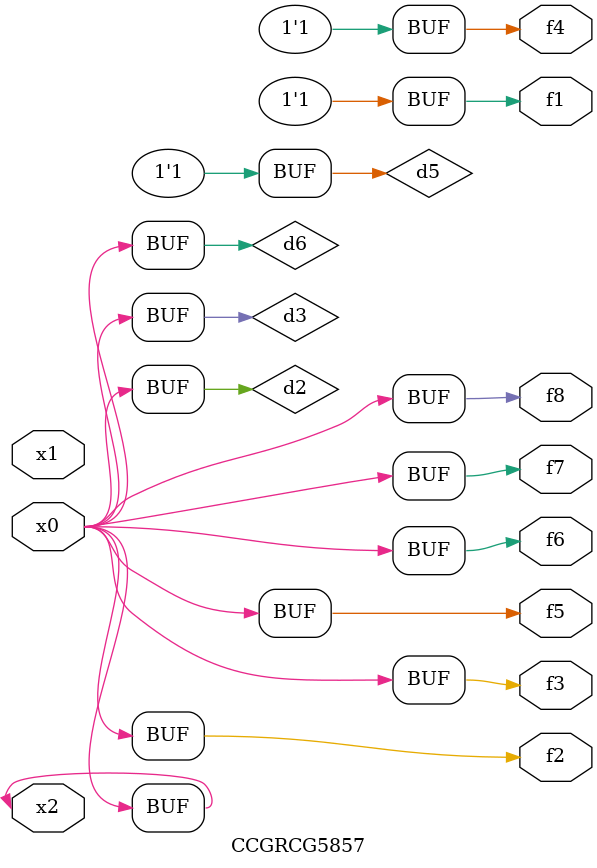
<source format=v>
module CCGRCG5857(
	input x0, x1, x2,
	output f1, f2, f3, f4, f5, f6, f7, f8
);

	wire d1, d2, d3, d4, d5, d6;

	xnor (d1, x2);
	buf (d2, x0, x2);
	and (d3, x0);
	xnor (d4, x1, x2);
	nand (d5, d1, d3);
	buf (d6, d2, d3);
	assign f1 = d5;
	assign f2 = d6;
	assign f3 = d6;
	assign f4 = d5;
	assign f5 = d6;
	assign f6 = d6;
	assign f7 = d6;
	assign f8 = d6;
endmodule

</source>
